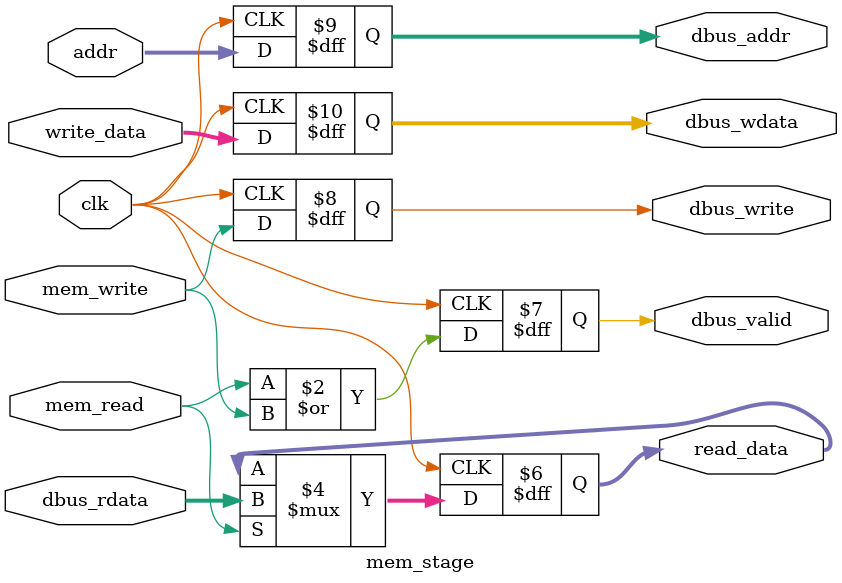
<source format=v>
module mem_stage (
    input  wire        clk,

    input  wire [18:0] addr,
    input  wire [18:0] write_data,
    input  wire        mem_write,
    input  wire        mem_read,

    // Data bus interface
    output reg         dbus_valid,
    output reg         dbus_write,
    output reg  [18:0] dbus_addr,
    output reg  [18:0] dbus_wdata,
    input  wire [18:0] dbus_rdata,

    output reg  [18:0] read_data
);

    always @(posedge clk) begin
        dbus_valid <= mem_read | mem_write;
        dbus_write <= mem_write;
        dbus_addr  <= addr;
        dbus_wdata <= write_data;
    end

    // Capture load data
    always @(posedge clk) begin
        if (mem_read)
            read_data <= dbus_rdata;
    end

endmodule

</source>
